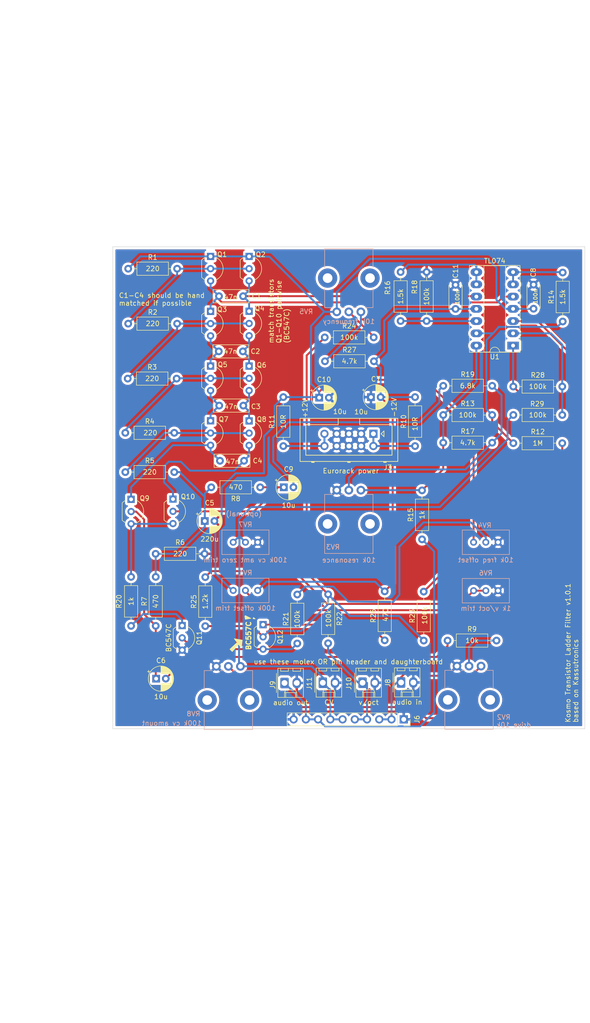
<source format=kicad_pcb>
(kicad_pcb (version 20171130) (host pcbnew 5.1.5+dfsg1-2build2)
  (layers (0 F.Cu signal) (31 B.Cu signal) (34 B.Paste user) (35 F.Paste user) (36 B.SilkS user) (37 F.SilkS user) (38 B.Mask user) (39 F.Mask user) (44 Edge.Cuts user))
  (net 0 "")
  (net 1 +12V)
  (net 2 GND)
  (net 3 -12V)
  (net 4 "Net-(J3-Pad1)")
  (net 5 "Net-(J3-Pad10)")
  (net 6 BIAS1)
  (net 7 "Net-(C2-Pad2)")
  (net 8 "Net-(C2-Pad1)")
  (net 9 "Net-(C3-Pad2)")
  (net 10 "Net-(C3-Pad1)")
  (net 11 "Net-(C6-Pad2)")
  (net 12 BIAS5)
  (net 13 BIAS4)
  (net 14 BIAS3)
  (net 15 BIAS2)
  (net 16 "Net-(R9-Pad2)")
  (net 17 "Net-(C4-Pad2)")
  (net 18 "Net-(C4-Pad1)")
  (net 19 CURRENTSINK)
  (net 20 OUT_L)
  (net 21 OUT_R)
  (net 22 "Net-(C9-Pad2)")
  (net 23 IN_R)
  (net 24 IN_L)
  (net 25 "Net-(R12-Pad2)")
  (net 26 "Net-(R12-Pad1)")
  (net 27 "Net-(R13-Pad1)")
  (net 28 "Net-(R14-Pad2)")
  (net 29 "Net-(R16-Pad2)")
  (net 30 "Net-(R16-Pad1)")
  (net 31 "Net-(R17-Pad2)")
  (net 32 "Net-(Q11-Pad1)")
  (net 33 "Net-(Q11-Pad2)")
  (net 34 "Net-(Q12-Pad1)")
  (net 35 "Net-(Q12-Pad2)")
  (net 36 "Net-(R21-Pad2)")
  (net 37 CV_IN_1)
  (net 38 CV_IN_2)
  (net 39 "Net-(R24-Pad2)")
  (net 40 "Net-(R25-Pad2)")
  (net 41 "Net-(R27-Pad1)")
  (net 42 "Net-(R28-Pad2)")
  (net 43 "Net-(RV8-Pad2)")
  (net 44 MAIN_AUDIO_OUT)
  (net 45 MAIN_CV)
  (net 46 MAIN_AUDIO_IN)
  (module Capacitor_THT:C_Disc_D4.7mm_W2.5mm_P5.00mm (layer F.Cu) (at 132.15 86.9 270)
    (fp_text reference C11 (at -2.85 0 90) (layer F.SilkS))
    (fp_text value 100n (at 2.55 -0.4 90) (layer F.SilkS) (effects (font (size 0.8 0.8))))
    (pad 2 thru_hole circle (at 5 0 270) (size 1.6 1.6) (drill 0.8) (layers *.Cu *.Mask) (net 3 -12V))
    (pad 1 thru_hole circle (at 0 0 270) (size 1.6 1.6) (drill 0.8) (layers *.Cu *.Mask) (net 2 GND))
  )
  (module Capacitor_THT:C_Disc_D4.7mm_W2.5mm_P5.00mm (layer F.Cu) (at 148.35 86.85 270)
    (fp_text reference C8 (at -2.5 0.05 90) (layer F.SilkS))
    (fp_text value 100n (at 2.45 -0.4 90) (layer F.SilkS) (effects (font (size 0.8 0.8))))
    (pad 2 thru_hole circle (at 5 0 270) (size 1.6 1.6) (drill 0.8) (layers *.Cu *.Mask) (net 1 +12V))
    (pad 1 thru_hole circle (at 0 0 270) (size 1.6 1.6) (drill 0.8) (layers *.Cu *.Mask) (net 2 GND))
  )
  (module Connector_Molex:Molex_KK-254_AE-6410-02A_1x02_P2.54mm_Vertical (layer F.Cu) (at 104.6 169.45)
    (fp_text reference J11 (at -2.8 0.15 90) (layer F.SilkS))
    (fp_text value CV (at 1.27 4.08) (layer F.SilkS))
    (pad 2 thru_hole oval (at 2.54 0) (size 1.74 2.2) (drill 1.2) (layers *.Cu *.Mask) (net 2 GND))
    (pad 1 thru_hole roundrect (at 0 0) (size 1.74 2.2) (drill 1.2) (layers *.Cu *.Mask) (roundrect_rratio 0.143678) (net 45 MAIN_CV))
  )
  (module Connector_Molex:Molex_KK-254_AE-6410-02A_1x02_P2.54mm_Vertical (layer F.Cu) (at 112.85 169.45)
    (fp_text reference J10 (at -2.85 0.15 90) (layer F.SilkS))
    (fp_text value v/oct (at 1.27 4.08) (layer F.SilkS))
    (pad 2 thru_hole oval (at 2.54 0) (size 1.74 2.2) (drill 1.2) (layers *.Cu *.Mask) (net 2 GND))
    (pad 1 thru_hole roundrect (at 0 0) (size 1.74 2.2) (drill 1.2) (layers *.Cu *.Mask) (roundrect_rratio 0.143678) (net 37 CV_IN_1))
  )
  (module Connector_Molex:Molex_KK-254_AE-6410-02A_1x02_P2.54mm_Vertical (layer F.Cu) (at 96.65 169.5)
    (fp_text reference J9 (at -2.45 0.4 90) (layer F.SilkS))
    (fp_text value "audio out" (at 1.27 4.08) (layer F.SilkS))
    (pad 2 thru_hole oval (at 2.54 0) (size 1.74 2.2) (drill 1.2) (layers *.Cu *.Mask) (net 2 GND))
    (pad 1 thru_hole roundrect (at 0 0) (size 1.74 2.2) (drill 1.2) (layers *.Cu *.Mask) (roundrect_rratio 0.143678) (net 44 MAIN_AUDIO_OUT))
  )
  (module Connector_Molex:Molex_KK-254_AE-6410-02A_1x02_P2.54mm_Vertical (layer F.Cu) (at 120.85 169.4)
    (fp_text reference J8 (at -2.75 0.1 90) (layer F.SilkS))
    (fp_text value "audio in" (at 1.27 4.08) (layer F.SilkS))
    (pad 2 thru_hole oval (at 2.54 0) (size 1.74 2.2) (drill 1.2) (layers *.Cu *.Mask) (net 2 GND))
    (pad 1 thru_hole roundrect (at 0 0) (size 1.74 2.2) (drill 1.2) (layers *.Cu *.Mask) (roundrect_rratio 0.143678) (net 46 MAIN_AUDIO_IN))
  )
  (module Connector_PinSocket_2.54mm:PinSocket_1x10_P2.54mm_Vertical (layer F.Cu) (at 121.4 177.05 270)
    (fp_text reference J6 (at 0 -2.77 90) (layer F.SilkS))
    (fp_text value "header main")
    (pad 10 thru_hole oval (at 0 22.86 270) (size 1.7 1.7) (drill 1) (layers *.Cu *.Mask) (net 2 GND))
    (pad 9 thru_hole oval (at 0 20.32 270) (size 1.7 1.7) (drill 1) (layers *.Cu *.Mask) (net 44 MAIN_AUDIO_OUT))
    (pad 8 thru_hole oval (at 0 17.78 270) (size 1.7 1.7) (drill 1) (layers *.Cu *.Mask) (net 44 MAIN_AUDIO_OUT))
    (pad 7 thru_hole oval (at 0 15.24 270) (size 1.7 1.7) (drill 1) (layers *.Cu *.Mask) (net 45 MAIN_CV))
    (pad 6 thru_hole oval (at 0 12.7 270) (size 1.7 1.7) (drill 1) (layers *.Cu *.Mask) (net 45 MAIN_CV))
    (pad 5 thru_hole oval (at 0 10.16 270) (size 1.7 1.7) (drill 1) (layers *.Cu *.Mask) (net 37 CV_IN_1))
    (pad 4 thru_hole oval (at 0 7.62 270) (size 1.7 1.7) (drill 1) (layers *.Cu *.Mask) (net 37 CV_IN_1))
    (pad 3 thru_hole oval (at 0 5.08 270) (size 1.7 1.7) (drill 1) (layers *.Cu *.Mask) (net 46 MAIN_AUDIO_IN))
    (pad 2 thru_hole oval (at 0 2.54 270) (size 1.7 1.7) (drill 1) (layers *.Cu *.Mask) (net 46 MAIN_AUDIO_IN))
    (pad 1 thru_hole rect (at 0 0 270) (size 1.7 1.7) (drill 1) (layers *.Cu *.Mask) (net 2 GND))
  )
  (module Connector_Multicomp:Multicomp_MC9A12-1034_2x05_P2.54mm_Vertical (layer F.Cu) (at 115.1 117.8 180)
    (fp_text reference J3 (at -3 -7) (layer F.SilkS))
    (fp_text value "Eurorack power" (at 4.68 -7.7) (layer F.SilkS))
    (pad 10 thru_hole circle (at 10.16 -2.54 180) (size 1.7 1.7) (drill 1) (layers *.Cu *.Mask) (net 5 "Net-(J3-Pad10)"))
    (pad 9 thru_hole circle (at 10.16 0 180) (size 1.7 1.7) (drill 1) (layers *.Cu *.Mask) (net 5 "Net-(J3-Pad10)"))
    (pad 8 thru_hole circle (at 7.62 -2.54 180) (size 1.7 1.7) (drill 1) (layers *.Cu *.Mask) (net 2 GND))
    (pad 7 thru_hole circle (at 7.62 0 180) (size 1.7 1.7) (drill 1) (layers *.Cu *.Mask) (net 2 GND))
    (pad 6 thru_hole circle (at 5.08 -2.54 180) (size 1.7 1.7) (drill 1) (layers *.Cu *.Mask) (net 2 GND))
    (pad 5 thru_hole circle (at 5.08 0 180) (size 1.7 1.7) (drill 1) (layers *.Cu *.Mask) (net 2 GND))
    (pad 4 thru_hole circle (at 2.54 -2.54 180) (size 1.7 1.7) (drill 1) (layers *.Cu *.Mask) (net 2 GND))
    (pad 3 thru_hole circle (at 2.54 0 180) (size 1.7 1.7) (drill 1) (layers *.Cu *.Mask) (net 2 GND))
    (pad 2 thru_hole circle (at 0 -2.54 180) (size 1.7 1.7) (drill 1) (layers *.Cu *.Mask) (net 4 "Net-(J3-Pad1)"))
    (pad 1 thru_hole rect (at 0 0 180) (size 1.7 1.7) (drill 1) (layers *.Cu *.Mask) (net 4 "Net-(J3-Pad1)"))
  )
  (module Capacitor_THT:CP_Radial_D5.0mm_P2.00mm (layer F.Cu) (at 103.85 110.3)
    (fp_text reference C10 (at 1 -3.75) (layer F.SilkS))
    (fp_text value 10u (at 4.3 2.9) (layer F.SilkS))
    (pad 2 thru_hole circle (at 2 0) (size 1.6 1.6) (drill 0.8) (layers *.Cu *.Mask) (net 2 GND))
    (pad 1 thru_hole rect (at 0 0) (size 1.6 1.6) (drill 0.8) (layers *.Cu *.Mask) (net 1 +12V))
  )
  (module Capacitor_THT:CP_Radial_D5.0mm_P2.00mm (layer F.Cu) (at 114.6 110.2)
    (fp_text reference C7 (at 1 -3.75) (layer F.SilkS))
    (fp_text value 10u (at -2.05 3.05) (layer F.SilkS))
    (pad 2 thru_hole circle (at 2 0) (size 1.6 1.6) (drill 0.8) (layers *.Cu *.Mask) (net 3 -12V))
    (pad 1 thru_hole rect (at 0 0) (size 1.6 1.6) (drill 0.8) (layers *.Cu *.Mask) (net 2 GND))
  )
  (module Potentiometer_THT:Potentiometer_Alps_RK09K_Single_Vertical (layer B.Cu) (at 87.5 166.05 270)
    (fp_text reference RV8 (at 9.85 9.75 180) (layer B.SilkS) (effects (justify mirror)))
    (fp_text value "100k cv amount" (at 11.8 14.25 180) (layer B.SilkS) (effects (justify mirror)))
    (pad "" np_thru_hole circle (at 7 -1.9 270) (size 4 4) (drill 2) (layers *.Cu *.Mask))
    (pad "" np_thru_hole circle (at 7 6.9 270) (size 4 4) (drill 2) (layers *.Cu *.Mask))
    (pad 1 thru_hole circle (at 0 0 270) (size 1.8 1.8) (drill 1) (layers *.Cu *.Mask) (net 45 MAIN_CV))
    (pad 2 thru_hole circle (at 0 2.5 270) (size 1.8 1.8) (drill 1) (layers *.Cu *.Mask) (net 43 "Net-(RV8-Pad2)"))
    (pad 3 thru_hole circle (at 0 5 270) (size 1.8 1.8) (drill 1) (layers *.Cu *.Mask) (net 2 GND))
  )
  (module Potentiometer_THT:Potentiometer_Bourns_3296W_Vertical (layer B.Cu) (at 86 140.3 180)
    (fp_text reference RV7 (at -2.54 3.66 180) (layer B.SilkS) (effects (justify mirror)))
    (fp_text value "100k cv amt zero trim" (at -2.54 -3.67 180) (layer B.SilkS) (effects (justify mirror)))
    (pad 3 thru_hole circle (at -5.08 0 180) (size 1.44 1.44) (drill 0.8) (layers *.Cu *.Mask) (net 2 GND))
    (pad 2 thru_hole circle (at -2.54 0 180) (size 1.44 1.44) (drill 0.8) (layers *.Cu *.Mask) (net 45 MAIN_CV))
    (pad 1 thru_hole circle (at 0 0 180) (size 1.44 1.44) (drill 0.8) (layers *.Cu *.Mask) (net 45 MAIN_CV))
  )
  (module R_silkvalue:R_Axial_DIN0207_L6.3mm_D2.5mm_P7.62mm_Horizontal_silkvalue (layer F.Cu) (at 154.31 113.9 180)
    (fp_text reference R29 (at 5.2 2.3) (layer F.SilkS))
    (fp_text value 100k (at 5.08 0) (layer F.SilkS))
    (pad 2 thru_hole oval (at 10.16 0 180) (size 1.6 1.6) (drill 0.8) (layers *.Cu *.Mask) (net 45 MAIN_CV))
    (pad 1 thru_hole circle (at 0 0 180) (size 1.6 1.6) (drill 0.8) (layers *.Cu *.Mask) (net 42 "Net-(R28-Pad2)"))
  )
  (module R_silkvalue:R_Axial_DIN0207_L6.3mm_D2.5mm_P7.62mm_Horizontal_silkvalue (layer F.Cu) (at 144.15 108)
    (fp_text reference R28 (at 5.08 -2.37) (layer F.SilkS))
    (fp_text value 100k (at 5.08 0) (layer F.SilkS))
    (pad 2 thru_hole oval (at 10.16 0) (size 1.6 1.6) (drill 0.8) (layers *.Cu *.Mask) (net 42 "Net-(R28-Pad2)"))
    (pad 1 thru_hole circle (at 0 0) (size 1.6 1.6) (drill 0.8) (layers *.Cu *.Mask) (net 38 CV_IN_2))
  )
  (module Potentiometer_THT:Potentiometer_Bourns_3296W_Vertical (layer B.Cu) (at 86 150.3 180)
    (fp_text reference RV1 (at -2.54 3.66 180) (layer B.SilkS) (effects (justify mirror)))
    (fp_text value "100k offset trim" (at -2.54 -3.67 180) (layer B.SilkS) (effects (justify mirror)))
    (pad 3 thru_hole circle (at -5.08 0 180) (size 1.44 1.44) (drill 0.8) (layers *.Cu *.Mask) (net 3 -12V))
    (pad 2 thru_hole circle (at -2.54 0 180) (size 1.44 1.44) (drill 0.8) (layers *.Cu *.Mask) (net 25 "Net-(R12-Pad2)"))
    (pad 1 thru_hole circle (at 0 0 180) (size 1.44 1.44) (drill 0.8) (layers *.Cu *.Mask) (net 1 +12V))
  )
  (module R_silkvalue:R_Axial_DIN0207_L6.3mm_D2.5mm_P7.62mm_Horizontal_silkvalue (layer F.Cu) (at 96.4 120.35 90)
    (fp_text reference R11 (at 5.08 -2.37 90) (layer F.SilkS))
    (fp_text value 10R (at 5.08 0 90) (layer F.SilkS))
    (pad 2 thru_hole oval (at 10.16 0 90) (size 1.6 1.6) (drill 0.8) (layers *.Cu *.Mask) (net 1 +12V))
    (pad 1 thru_hole circle (at 0 0 90) (size 1.6 1.6) (drill 0.8) (layers *.Cu *.Mask) (net 5 "Net-(J3-Pad10)"))
  )
  (module R_silkvalue:R_Axial_DIN0207_L6.3mm_D2.5mm_P7.62mm_Horizontal_silkvalue (layer F.Cu) (at 123.75 120.35 90)
    (fp_text reference R10 (at 5.08 -2.37 90) (layer F.SilkS))
    (fp_text value 10R (at 4.6 0 90) (layer F.SilkS))
    (pad 2 thru_hole oval (at 10.16 0 90) (size 1.6 1.6) (drill 0.8) (layers *.Cu *.Mask) (net 3 -12V))
    (pad 1 thru_hole circle (at 0 0 90) (size 1.6 1.6) (drill 0.8) (layers *.Cu *.Mask) (net 4 "Net-(J3-Pad1)"))
  )
  (module Package_TO_SOT_THT:TO-92_Inline_Wide (layer F.Cu) (at 92.2 157.4 270)
    (fp_text reference Q12 (at 2.54 -3.56 90) (layer F.SilkS))
    (fp_text value BC557C (at 2.29 3 90) (layer F.SilkS) (effects (font (thickness 0.25))))
    (pad 1 thru_hole rect (at 0 0) (size 1.5 1.5) (drill 0.8) (layers *.Cu *.Mask) (net 34 "Net-(Q12-Pad1)"))
    (pad 3 thru_hole circle (at 5.08 0) (size 1.5 1.5) (drill 0.8) (layers *.Cu *.Mask) (net 33 "Net-(Q11-Pad2)"))
    (pad 2 thru_hole circle (at 2.54 0) (size 1.5 1.5) (drill 0.8) (layers *.Cu *.Mask) (net 35 "Net-(Q12-Pad2)"))
  )
  (module Package_TO_SOT_THT:TO-92_Inline_Wide (layer F.Cu) (at 75.4 157.6 270)
    (fp_text reference Q11 (at 2.54 -3.56 90) (layer F.SilkS))
    (fp_text value BC547C (at 2.54 2.79 90) (layer F.SilkS))
    (pad 1 thru_hole rect (at 0 0) (size 1.5 1.5) (drill 0.8) (layers *.Cu *.Mask) (net 32 "Net-(Q11-Pad1)"))
    (pad 3 thru_hole circle (at 5.08 0) (size 1.5 1.5) (drill 0.8) (layers *.Cu *.Mask) (net 2 GND))
    (pad 2 thru_hole circle (at 2.54 0) (size 1.5 1.5) (drill 0.8) (layers *.Cu *.Mask) (net 33 "Net-(Q11-Pad2)"))
  )
  (module Package_TO_SOT_THT:TO-92_Inline_Wide (layer F.Cu) (at 73.5 131.35 270)
    (fp_text reference Q10 (at -0.5 -3.1 180) (layer F.SilkS))
    (fp_text value BC547C)
    (pad 1 thru_hole rect (at 0 0) (size 1.5 1.5) (drill 0.8) (layers *.Cu *.Mask) (net 18 "Net-(C4-Pad1)"))
    (pad 3 thru_hole circle (at 5.08 0) (size 1.5 1.5) (drill 0.8) (layers *.Cu *.Mask) (net 19 CURRENTSINK))
    (pad 2 thru_hole circle (at 2.54 0) (size 1.5 1.5) (drill 0.8) (layers *.Cu *.Mask) (net 23 IN_R))
  )
  (module Package_TO_SOT_THT:TO-92_Inline_Wide (layer F.Cu) (at 64.8 131.4 270)
    (fp_text reference Q9 (at -0.2 -2.8 180) (layer F.SilkS))
    (fp_text value BC547C)
    (pad 1 thru_hole rect (at 0 0) (size 1.5 1.5) (drill 0.8) (layers *.Cu *.Mask) (net 17 "Net-(C4-Pad2)"))
    (pad 3 thru_hole circle (at 5.08 0) (size 1.5 1.5) (drill 0.8) (layers *.Cu *.Mask) (net 19 CURRENTSINK))
    (pad 2 thru_hole circle (at 2.54 0) (size 1.5 1.5) (drill 0.8) (layers *.Cu *.Mask) (net 24 IN_L))
  )
  (module Package_TO_SOT_THT:TO-92_Inline_Wide (layer F.Cu) (at 89.3 115.125 270)
    (fp_text reference Q8 (at -0.325 -2.6 180) (layer F.SilkS))
    (fp_text value BC547C)
    (pad 1 thru_hole rect (at 0 0) (size 1.5 1.5) (drill 0.8) (layers *.Cu *.Mask) (net 10 "Net-(C3-Pad1)"))
    (pad 3 thru_hole circle (at 5.08 0) (size 1.5 1.5) (drill 0.8) (layers *.Cu *.Mask) (net 18 "Net-(C4-Pad1)"))
    (pad 2 thru_hole circle (at 2.54 0) (size 1.5 1.5) (drill 0.8) (layers *.Cu *.Mask) (net 15 BIAS2))
  )
  (module Package_TO_SOT_THT:TO-92_Inline_Wide (layer F.Cu) (at 81.3 115.1 270)
    (fp_text reference Q7 (at -0.3 -2.7 180) (layer F.SilkS))
    (fp_text value BC547C)
    (pad 2 thru_hole circle (at 2.54 0) (size 1.5 1.5) (drill 0.8) (layers *.Cu *.Mask) (net 15 BIAS2))
    (pad 3 thru_hole circle (at 5.08 0) (size 1.5 1.5) (drill 0.8) (layers *.Cu *.Mask) (net 17 "Net-(C4-Pad2)"))
    (pad 1 thru_hole rect (at 0 0) (size 1.5 1.5) (drill 0.8) (layers *.Cu *.Mask) (net 9 "Net-(C3-Pad2)"))
  )
  (module Package_TO_SOT_THT:TO-92_Inline_Wide (layer F.Cu) (at 89.3 103.75 270)
    (fp_text reference Q6 (at -0.2 -2.6 180) (layer F.SilkS))
    (fp_text value BC547C)
    (pad 1 thru_hole rect (at 0 0) (size 1.5 1.5) (drill 0.8) (layers *.Cu *.Mask) (net 8 "Net-(C2-Pad1)"))
    (pad 3 thru_hole circle (at 5.08 0) (size 1.5 1.5) (drill 0.8) (layers *.Cu *.Mask) (net 10 "Net-(C3-Pad1)"))
    (pad 2 thru_hole circle (at 2.54 0) (size 1.5 1.5) (drill 0.8) (layers *.Cu *.Mask) (net 14 BIAS3))
  )
  (module Package_TO_SOT_THT:TO-92_Inline_Wide (layer F.Cu) (at 81.3 103.75 270)
    (fp_text reference Q5 (at -0.3 -2.5 180) (layer F.SilkS))
    (fp_text value BC547C)
    (pad 1 thru_hole rect (at 0 0) (size 1.5 1.5) (drill 0.8) (layers *.Cu *.Mask) (net 7 "Net-(C2-Pad2)"))
    (pad 3 thru_hole circle (at 5.08 0) (size 1.5 1.5) (drill 0.8) (layers *.Cu *.Mask) (net 9 "Net-(C3-Pad2)"))
    (pad 2 thru_hole circle (at 2.54 0) (size 1.5 1.5) (drill 0.8) (layers *.Cu *.Mask) (net 14 BIAS3))
  )
  (module Package_TO_SOT_THT:TO-92_Inline_Wide (layer F.Cu) (at 89.3 92.375 270)
    (fp_text reference Q4 (at -0.6 -2.2 180) (layer F.SilkS))
    (fp_text value BC547C)
    (pad 1 thru_hole rect (at 0 0) (size 1.5 1.5) (drill 0.8) (layers *.Cu *.Mask) (net 21 OUT_R))
    (pad 3 thru_hole circle (at 5.08 0) (size 1.5 1.5) (drill 0.8) (layers *.Cu *.Mask) (net 8 "Net-(C2-Pad1)"))
    (pad 2 thru_hole circle (at 2.54 0) (size 1.5 1.5) (drill 0.8) (layers *.Cu *.Mask) (net 13 BIAS4))
  )
  (module Package_TO_SOT_THT:TO-92_Inline_Wide (layer F.Cu) (at 81.3 92.4 270)
    (fp_text reference Q3 (at -0.4 -2.4 180) (layer F.SilkS))
    (fp_text value BC547C)
    (pad 1 thru_hole rect (at 0 0) (size 1.5 1.5) (drill 0.8) (layers *.Cu *.Mask) (net 20 OUT_L))
    (pad 3 thru_hole circle (at 5.08 0) (size 1.5 1.5) (drill 0.8) (layers *.Cu *.Mask) (net 7 "Net-(C2-Pad2)"))
    (pad 2 thru_hole circle (at 2.54 0) (size 1.5 1.5) (drill 0.8) (layers *.Cu *.Mask) (net 13 BIAS4))
  )
  (module Package_TO_SOT_THT:TO-92_Inline_Wide (layer F.Cu) (at 89.3 81 270)
    (fp_text reference Q2 (at -0.4 -2.4 180) (layer F.SilkS))
    (fp_text value BC547C)
    (pad 1 thru_hole rect (at 0 0) (size 1.5 1.5) (drill 0.8) (layers *.Cu *.Mask) (net 1 +12V))
    (pad 3 thru_hole circle (at 5.08 0) (size 1.5 1.5) (drill 0.8) (layers *.Cu *.Mask) (net 21 OUT_R))
    (pad 2 thru_hole circle (at 2.54 0) (size 1.5 1.5) (drill 0.8) (layers *.Cu *.Mask) (net 12 BIAS5))
  )
  (module Package_TO_SOT_THT:TO-92_Inline_Wide (layer F.Cu) (at 81.3 81 270)
    (fp_text reference Q1 (at -0.4 -2.4 180) (layer F.SilkS))
    (fp_text value BC547C)
    (pad 1 thru_hole rect (at 0 0) (size 1.5 1.5) (drill 0.8) (layers *.Cu *.Mask) (net 1 +12V))
    (pad 3 thru_hole circle (at 5.08 0) (size 1.5 1.5) (drill 0.8) (layers *.Cu *.Mask) (net 20 OUT_L))
    (pad 2 thru_hole circle (at 2.54 0) (size 1.5 1.5) (drill 0.8) (layers *.Cu *.Mask) (net 12 BIAS5))
  )
  (module Potentiometer_THT:Potentiometer_Bourns_3296W_Vertical (layer B.Cu) (at 135.9 150.35 180)
    (fp_text reference RV6 (at -2.54 3.66 180) (layer B.SilkS) (effects (justify mirror)))
    (fp_text value "1k v/oct trim" (at -2.54 -3.67 180) (layer B.SilkS) (effects (justify mirror)))
    (pad 3 thru_hole circle (at -5.08 0 180) (size 1.44 1.44) (drill 0.8) (layers *.Cu *.Mask) (net 2 GND))
    (pad 2 thru_hole circle (at -2.54 0 180) (size 1.44 1.44) (drill 0.8) (layers *.Cu *.Mask) (net 40 "Net-(R25-Pad2)"))
    (pad 1 thru_hole circle (at 0 0 180) (size 1.44 1.44) (drill 0.8) (layers *.Cu *.Mask) (net 40 "Net-(R25-Pad2)"))
  )
  (module Potentiometer_THT:Potentiometer_Alps_RK09K_Single_Vertical (layer B.Cu) (at 107.5 92.5 90)
    (fp_text reference RV5 (at 0.05 -6.35) (layer B.SilkS) (effects (justify mirror)))
    (fp_text value "10k frequency" (at -2 2.5 -180) (layer B.SilkS) (effects (justify mirror)))
    (pad "" np_thru_hole circle (at 7 -1.9 90) (size 4 4) (drill 2) (layers *.Cu *.Mask))
    (pad "" np_thru_hole circle (at 7 6.9 90) (size 4 4) (drill 2) (layers *.Cu *.Mask))
    (pad 1 thru_hole circle (at 0 0 90) (size 1.8 1.8) (drill 1) (layers *.Cu *.Mask) (net 1 +12V))
    (pad 2 thru_hole circle (at 0 2.5 90) (size 1.8 1.8) (drill 1) (layers *.Cu *.Mask) (net 39 "Net-(R24-Pad2)"))
    (pad 3 thru_hole circle (at 0 5 90) (size 1.8 1.8) (drill 1) (layers *.Cu *.Mask) (net 41 "Net-(R27-Pad1)"))
  )
  (module Potentiometer_THT:Potentiometer_Bourns_3296W_Vertical (layer B.Cu) (at 135.9 140.3 180)
    (fp_text reference RV4 (at -2.3 3.5) (layer B.SilkS) (effects (justify mirror)))
    (fp_text value "10k freq offset" (at -2.54 -3.67 180) (layer B.SilkS) (effects (justify mirror)))
    (pad 3 thru_hole circle (at -5.08 0 180) (size 1.44 1.44) (drill 0.8) (layers *.Cu *.Mask) (net 2 GND))
    (pad 2 thru_hole circle (at -2.54 0 180) (size 1.44 1.44) (drill 0.8) (layers *.Cu *.Mask) (net 36 "Net-(R21-Pad2)"))
    (pad 1 thru_hole circle (at 0 0 180) (size 1.44 1.44) (drill 0.8) (layers *.Cu *.Mask) (net 1 +12V))
  )
  (module R_silkvalue:R_Axial_DIN0207_L6.3mm_D2.5mm_P7.62mm_Horizontal_silkvalue (layer F.Cu) (at 105.05 102.75)
    (fp_text reference R27 (at 5.08 -2.37) (layer F.SilkS))
    (fp_text value 4.7k (at 5.08 0) (layer F.SilkS))
    (pad 2 thru_hole oval (at 10.16 0) (size 1.6 1.6) (drill 0.8) (layers *.Cu *.Mask) (net 3 -12V))
    (pad 1 thru_hole circle (at 0 0) (size 1.6 1.6) (drill 0.8) (layers *.Cu *.Mask) (net 41 "Net-(R27-Pad1)"))
  )
  (module R_silkvalue:R_Axial_DIN0207_L6.3mm_D2.5mm_P7.62mm_Horizontal_silkvalue (layer F.Cu) (at 117.45 160.65 90)
    (fp_text reference R26 (at 5.08 -2.37 90) (layer F.SilkS))
    (fp_text value 470 (at 5.3 0.2 90) (layer F.SilkS))
    (pad 2 thru_hole oval (at 10.16 0 90) (size 1.6 1.6) (drill 0.8) (layers *.Cu *.Mask) (net 3 -12V))
    (pad 1 thru_hole circle (at 0 0 90) (size 1.6 1.6) (drill 0.8) (layers *.Cu *.Mask) (net 34 "Net-(Q12-Pad1)"))
  )
  (module R_silkvalue:R_Axial_DIN0207_L6.3mm_D2.5mm_P7.62mm_Horizontal_silkvalue (layer F.Cu) (at 80.2 157.7 90)
    (fp_text reference R25 (at 5.08 -2.37 90) (layer F.SilkS))
    (fp_text value 1.2k (at 5.08 0 90) (layer F.SilkS))
    (pad 2 thru_hole oval (at 10.16 0 90) (size 1.6 1.6) (drill 0.8) (layers *.Cu *.Mask) (net 40 "Net-(R25-Pad2)"))
    (pad 1 thru_hole circle (at 0 0 90) (size 1.6 1.6) (drill 0.8) (layers *.Cu *.Mask) (net 35 "Net-(Q12-Pad2)"))
  )
  (module R_silkvalue:R_Axial_DIN0207_L6.3mm_D2.5mm_P7.62mm_Horizontal_silkvalue (layer F.Cu) (at 105 97.8)
    (fp_text reference R24 (at 5.08 -2.37) (layer F.SilkS))
    (fp_text value 100k (at 5.08 0) (layer F.SilkS))
    (pad 2 thru_hole oval (at 10.16 0) (size 1.6 1.6) (drill 0.8) (layers *.Cu *.Mask) (net 39 "Net-(R24-Pad2)"))
    (pad 1 thru_hole circle (at 0 0) (size 1.6 1.6) (drill 0.8) (layers *.Cu *.Mask) (net 35 "Net-(Q12-Pad2)"))
  )
  (module R_silkvalue:R_Axial_DIN0207_L6.3mm_D2.5mm_P7.62mm_Horizontal_silkvalue (layer F.Cu) (at 125.55 160.7 90)
    (fp_text reference R23 (at 5.08 -2.37 90) (layer F.SilkS))
    (fp_text value 100k (at 5.2 0.2 90) (layer F.SilkS))
    (pad 2 thru_hole oval (at 10.16 0 90) (size 1.6 1.6) (drill 0.8) (layers *.Cu *.Mask) (net 38 CV_IN_2))
    (pad 1 thru_hole circle (at 0 0 90) (size 1.6 1.6) (drill 0.8) (layers *.Cu *.Mask) (net 35 "Net-(Q12-Pad2)"))
  )
  (module R_silkvalue:R_Axial_DIN0207_L6.3mm_D2.5mm_P7.62mm_Horizontal_silkvalue (layer F.Cu) (at 105.7 151.1 270)
    (fp_text reference R22 (at 5.08 -2.37 90) (layer F.SilkS))
    (fp_text value 100k (at 5.05 -0.1 90) (layer F.SilkS))
    (pad 2 thru_hole oval (at 10.16 0 270) (size 1.6 1.6) (drill 0.8) (layers *.Cu *.Mask) (net 37 CV_IN_1))
    (pad 1 thru_hole circle (at 0 0 270) (size 1.6 1.6) (drill 0.8) (layers *.Cu *.Mask) (net 35 "Net-(Q12-Pad2)"))
  )
  (module R_silkvalue:R_Axial_DIN0207_L6.3mm_D2.5mm_P7.62mm_Horizontal_silkvalue (layer F.Cu) (at 99.3 161.3 90)
    (fp_text reference R21 (at 5.08 -2.37 90) (layer F.SilkS))
    (fp_text value 100k (at 5.08 0 90) (layer F.SilkS))
    (pad 2 thru_hole oval (at 10.16 0 90) (size 1.6 1.6) (drill 0.8) (layers *.Cu *.Mask) (net 36 "Net-(R21-Pad2)"))
    (pad 1 thru_hole circle (at 0 0 90) (size 1.6 1.6) (drill 0.8) (layers *.Cu *.Mask) (net 33 "Net-(Q11-Pad2)"))
  )
  (module R_silkvalue:R_Axial_DIN0207_L6.3mm_D2.5mm_P7.62mm_Horizontal_silkvalue (layer F.Cu) (at 64.8 147.49 270)
    (fp_text reference R20 (at 5.1 2.5 90) (layer F.SilkS))
    (fp_text value 1k (at 5.08 0 90) (layer F.SilkS))
    (pad 2 thru_hole oval (at 10.16 0 270) (size 1.6 1.6) (drill 0.8) (layers *.Cu *.Mask) (net 32 "Net-(Q11-Pad1)"))
    (pad 1 thru_hole circle (at 0 0 270) (size 1.6 1.6) (drill 0.8) (layers *.Cu *.Mask) (net 19 CURRENTSINK))
  )
  (module Package_DIP:DIP-14_W7.62mm_Socket_LongPads (layer F.Cu) (at 144.1 99.5 180)
    (fp_text reference U1 (at 3.81 -2.33) (layer F.SilkS))
    (fp_text value TL074 (at 3.81 17.57) (layer F.SilkS))
    (pad 14 thru_hole oval (at 7.62 0 180) (size 2.4 1.6) (drill 0.8) (layers *.Cu *.Mask) (net 27 "Net-(R13-Pad1)"))
    (pad 7 thru_hole oval (at 0 15.24 180) (size 2.4 1.6) (drill 0.8) (layers *.Cu *.Mask) (net 28 "Net-(R14-Pad2)"))
    (pad 13 thru_hole oval (at 7.62 2.54 180) (size 2.4 1.6) (drill 0.8) (layers *.Cu *.Mask) (net 26 "Net-(R12-Pad1)"))
    (pad 6 thru_hole oval (at 0 12.7 180) (size 2.4 1.6) (drill 0.8) (layers *.Cu *.Mask) (net 28 "Net-(R14-Pad2)"))
    (pad 12 thru_hole oval (at 7.62 5.08 180) (size 2.4 1.6) (drill 0.8) (layers *.Cu *.Mask) (net 30 "Net-(R16-Pad1)"))
    (pad 5 thru_hole oval (at 0 10.16 180) (size 2.4 1.6) (drill 0.8) (layers *.Cu *.Mask) (net 20 OUT_L))
    (pad 11 thru_hole oval (at 7.62 7.62 180) (size 2.4 1.6) (drill 0.8) (layers *.Cu *.Mask) (net 3 -12V))
    (pad 4 thru_hole oval (at 0 7.62 180) (size 2.4 1.6) (drill 0.8) (layers *.Cu *.Mask) (net 1 +12V))
    (pad 10 thru_hole oval (at 7.62 10.16 180) (size 2.4 1.6) (drill 0.8) (layers *.Cu *.Mask) (net 21 OUT_R))
    (pad 3 thru_hole oval (at 0 5.08 180) (size 2.4 1.6) (drill 0.8) (layers *.Cu *.Mask) (net 43 "Net-(RV8-Pad2)"))
    (pad 9 thru_hole oval (at 7.62 12.7 180) (size 2.4 1.6) (drill 0.8) (layers *.Cu *.Mask) (net 29 "Net-(R16-Pad2)"))
    (pad 2 thru_hole oval (at 0 2.54 180) (size 2.4 1.6) (drill 0.8) (layers *.Cu *.Mask) (net 42 "Net-(R28-Pad2)"))
    (pad 8 thru_hole oval (at 7.62 15.24 180) (size 2.4 1.6) (drill 0.8) (layers *.Cu *.Mask) (net 29 "Net-(R16-Pad2)"))
    (pad 1 thru_hole rect (at 0 0 180) (size 2.4 1.6) (drill 0.8) (layers *.Cu *.Mask) (net 38 CV_IN_2))
  )
  (module Potentiometer_THT:Potentiometer_Alps_RK09K_Single_Vertical (layer B.Cu) (at 112.5 129.5 270)
    (fp_text reference RV3 (at 11.8 5.8 180) (layer B.SilkS) (effects (justify mirror)))
    (fp_text value "10k resonance" (at 14.5 2.5 180) (layer B.SilkS) (effects (justify mirror)))
    (pad "" np_thru_hole circle (at 7 -1.9 270) (size 4 4) (drill 2) (layers *.Cu *.Mask))
    (pad "" np_thru_hole circle (at 7 6.9 270) (size 4 4) (drill 2) (layers *.Cu *.Mask))
    (pad 1 thru_hole circle (at 0 0 270) (size 1.8 1.8) (drill 1) (layers *.Cu *.Mask) (net 27 "Net-(R13-Pad1)"))
    (pad 2 thru_hole circle (at 0 2.5 270) (size 1.8 1.8) (drill 1) (layers *.Cu *.Mask) (net 31 "Net-(R17-Pad2)"))
    (pad 3 thru_hole circle (at 0 5 270) (size 1.8 1.8) (drill 1) (layers *.Cu *.Mask) (net 2 GND))
  )
  (module R_silkvalue:R_Axial_DIN0207_L6.3mm_D2.5mm_P7.62mm_Horizontal_silkvalue (layer F.Cu) (at 129.6 107.85)
    (fp_text reference R19 (at 5.08 -2.37) (layer F.SilkS))
    (fp_text value 6.8k (at 5.08 0) (layer F.SilkS))
    (pad 2 thru_hole oval (at 10.16 0) (size 1.6 1.6) (drill 0.8) (layers *.Cu *.Mask) (net 31 "Net-(R17-Pad2)"))
    (pad 1 thru_hole circle (at 0 0) (size 1.6 1.6) (drill 0.8) (layers *.Cu *.Mask) (net 22 "Net-(C9-Pad2)"))
  )
  (module R_silkvalue:R_Axial_DIN0207_L6.3mm_D2.5mm_P7.62mm_Horizontal_silkvalue (layer F.Cu) (at 126.15 94.4 90)
    (fp_text reference R18 (at 7.05 -2.5 90) (layer F.SilkS))
    (fp_text value 100k (at 5.08 0 90) (layer F.SilkS))
    (pad 2 thru_hole oval (at 10.16 0 90) (size 1.6 1.6) (drill 0.8) (layers *.Cu *.Mask) (net 2 GND))
    (pad 1 thru_hole circle (at 0 0 90) (size 1.6 1.6) (drill 0.8) (layers *.Cu *.Mask) (net 30 "Net-(R16-Pad1)"))
  )
  (module R_silkvalue:R_Axial_DIN0207_L6.3mm_D2.5mm_P7.62mm_Horizontal_silkvalue (layer F.Cu) (at 129.6 119.65)
    (fp_text reference R17 (at 5.08 -2.37) (layer F.SilkS))
    (fp_text value 4.7k (at 5.08 0) (layer F.SilkS))
    (pad 2 thru_hole oval (at 10.16 0) (size 1.6 1.6) (drill 0.8) (layers *.Cu *.Mask) (net 31 "Net-(R17-Pad2)"))
    (pad 1 thru_hole circle (at 0 0) (size 1.6 1.6) (drill 0.8) (layers *.Cu *.Mask) (net 27 "Net-(R13-Pad1)"))
  )
  (module R_silkvalue:R_Axial_DIN0207_L6.3mm_D2.5mm_P7.62mm_Horizontal_silkvalue (layer F.Cu) (at 120.75 94.4 90)
    (fp_text reference R16 (at 6.9 -2.7 90) (layer F.SilkS))
    (fp_text value 1.5k (at 5.08 0 90) (layer F.SilkS))
    (pad 2 thru_hole oval (at 10.16 0 90) (size 1.6 1.6) (drill 0.8) (layers *.Cu *.Mask) (net 29 "Net-(R16-Pad2)"))
    (pad 1 thru_hole circle (at 0 0 90) (size 1.6 1.6) (drill 0.8) (layers *.Cu *.Mask) (net 30 "Net-(R16-Pad1)"))
  )
  (module R_silkvalue:R_Axial_DIN0207_L6.3mm_D2.5mm_P7.62mm_Horizontal_silkvalue (layer F.Cu) (at 125.2 139.7 90)
    (fp_text reference R15 (at 5.08 -2.37 90) (layer F.SilkS))
    (fp_text value 1k (at 5.08 0 90) (layer F.SilkS))
    (pad 2 thru_hole oval (at 10.16 0 90) (size 1.6 1.6) (drill 0.8) (layers *.Cu *.Mask) (net 27 "Net-(R13-Pad1)"))
    (pad 1 thru_hole circle (at 0 0 90) (size 1.6 1.6) (drill 0.8) (layers *.Cu *.Mask) (net 44 MAIN_AUDIO_OUT))
  )
  (module R_silkvalue:R_Axial_DIN0207_L6.3mm_D2.5mm_P7.62mm_Horizontal_silkvalue (layer F.Cu) (at 154.4 94.5 90)
    (fp_text reference R14 (at 5.08 -2.37 90) (layer F.SilkS))
    (fp_text value 1.5k (at 5.08 0 90) (layer F.SilkS))
    (pad 2 thru_hole oval (at 10.16 0 90) (size 1.6 1.6) (drill 0.8) (layers *.Cu *.Mask) (net 28 "Net-(R14-Pad2)"))
    (pad 1 thru_hole circle (at 0 0 90) (size 1.6 1.6) (drill 0.8) (layers *.Cu *.Mask) (net 26 "Net-(R12-Pad1)"))
  )
  (module R_silkvalue:R_Axial_DIN0207_L6.3mm_D2.5mm_P7.62mm_Horizontal_silkvalue (layer F.Cu) (at 129.6 113.9)
    (fp_text reference R13 (at 5.08 -2.37) (layer F.SilkS))
    (fp_text value 100k (at 5.08 0) (layer F.SilkS))
    (pad 2 thru_hole oval (at 10.16 0) (size 1.6 1.6) (drill 0.8) (layers *.Cu *.Mask) (net 26 "Net-(R12-Pad1)"))
    (pad 1 thru_hole circle (at 0 0) (size 1.6 1.6) (drill 0.8) (layers *.Cu *.Mask) (net 27 "Net-(R13-Pad1)"))
  )
  (module R_silkvalue:R_Axial_DIN0207_L6.3mm_D2.5mm_P7.62mm_Horizontal_silkvalue (layer F.Cu) (at 144.15 119.75)
    (fp_text reference R12 (at 5.08 -2.37) (layer F.SilkS))
    (fp_text value 1M (at 5.08 0) (layer F.SilkS))
    (pad 2 thru_hole oval (at 10.16 0) (size 1.6 1.6) (drill 0.8) (layers *.Cu *.Mask) (net 25 "Net-(R12-Pad2)"))
    (pad 1 thru_hole circle (at 0 0) (size 1.6 1.6) (drill 0.8) (layers *.Cu *.Mask) (net 26 "Net-(R12-Pad1)"))
  )
  (module Capacitor_THT:CP_Radial_D5.0mm_P2.00mm (layer F.Cu) (at 96.5 128.9)
    (fp_text reference C9 (at 1 -3.75) (layer F.SilkS))
    (fp_text value 10u (at 1 3.75) (layer F.SilkS))
    (pad 2 thru_hole circle (at 2 0) (size 1.6 1.6) (drill 0.8) (layers *.Cu *.Mask) (net 22 "Net-(C9-Pad2)"))
    (pad 1 thru_hole rect (at 0 0) (size 1.6 1.6) (drill 0.8) (layers *.Cu *.Mask) (net 23 IN_R))
  )
  (module Potentiometer_THT:Potentiometer_Alps_RK09K_Single_Vertical (layer B.Cu) (at 137.45 166 270)
    (fp_text reference RV2 (at 10.6 -4.7 180) (layer B.SilkS) (effects (justify mirror)))
    (fp_text value "drive 10k" (at 12.2 -6.8 180) (layer B.SilkS) (effects (justify mirror)))
    (pad "" np_thru_hole circle (at 7 -1.9 270) (size 4 4) (drill 2) (layers *.Cu *.Mask))
    (pad "" np_thru_hole circle (at 7 6.9 270) (size 4 4) (drill 2) (layers *.Cu *.Mask))
    (pad 1 thru_hole circle (at 0 0 270) (size 1.8 1.8) (drill 1) (layers *.Cu *.Mask) (net 46 MAIN_AUDIO_IN))
    (pad 2 thru_hole circle (at 0 2.5 270) (size 1.8 1.8) (drill 1) (layers *.Cu *.Mask) (net 16 "Net-(R9-Pad2)"))
    (pad 3 thru_hole circle (at 0 5 270) (size 1.8 1.8) (drill 1) (layers *.Cu *.Mask) (net 2 GND))
  )
  (module R_silkvalue:R_Axial_DIN0207_L6.3mm_D2.5mm_P7.62mm_Horizontal_silkvalue (layer F.Cu) (at 130.5 160.7)
    (fp_text reference R9 (at 5.08 -2.37) (layer F.SilkS))
    (fp_text value 10k (at 5.08 0) (layer F.SilkS))
    (pad 2 thru_hole oval (at 10.16 0) (size 1.6 1.6) (drill 0.8) (layers *.Cu *.Mask) (net 16 "Net-(R9-Pad2)"))
    (pad 1 thru_hole circle (at 0 0) (size 1.6 1.6) (drill 0.8) (layers *.Cu *.Mask) (net 11 "Net-(C6-Pad2)"))
  )
  (module R_silkvalue:R_Axial_DIN0207_L6.3mm_D2.5mm_P7.62mm_Horizontal_silkvalue (layer F.Cu) (at 91.6 128.9 180)
    (fp_text reference R8 (at 5.08 -2.37) (layer F.SilkS))
    (fp_text value 470 (at 5.08 0) (layer F.SilkS))
    (pad 2 thru_hole oval (at 10.16 0 180) (size 1.6 1.6) (drill 0.8) (layers *.Cu *.Mask) (net 6 BIAS1))
    (pad 1 thru_hole circle (at 0 0 180) (size 1.6 1.6) (drill 0.8) (layers *.Cu *.Mask) (net 23 IN_R))
  )
  (module R_silkvalue:R_Axial_DIN0207_L6.3mm_D2.5mm_P7.62mm_Horizontal_silkvalue (layer F.Cu) (at 69.916666 157.65 90)
    (fp_text reference R7 (at 5.08 -2.37 90) (layer F.SilkS))
    (fp_text value 470 (at 5.08 0 90) (layer F.SilkS))
    (pad 2 thru_hole oval (at 10.16 0 90) (size 1.6 1.6) (drill 0.8) (layers *.Cu *.Mask) (net 6 BIAS1))
    (pad 1 thru_hole circle (at 0 0 90) (size 1.6 1.6) (drill 0.8) (layers *.Cu *.Mask) (net 24 IN_L))
  )
  (module R_silkvalue:R_Axial_DIN0207_L6.3mm_D2.5mm_P7.62mm_Horizontal_silkvalue (layer F.Cu) (at 69.9 142.7)
    (fp_text reference R6 (at 5.08 -2.37) (layer F.SilkS))
    (fp_text value 220 (at 5.08 0) (layer F.SilkS))
    (pad 2 thru_hole oval (at 10.16 0) (size 1.6 1.6) (drill 0.8) (layers *.Cu *.Mask) (net 2 GND))
    (pad 1 thru_hole circle (at 0 0) (size 1.6 1.6) (drill 0.8) (layers *.Cu *.Mask) (net 6 BIAS1))
  )
  (module R_silkvalue:R_Axial_DIN0207_L6.3mm_D2.5mm_P7.62mm_Horizontal_silkvalue (layer F.Cu) (at 63.6 125.75)
    (fp_text reference R5 (at 5.08 -2.37) (layer F.SilkS))
    (fp_text value 220 (at 5.08 0) (layer F.SilkS))
    (pad 2 thru_hole oval (at 10.16 0) (size 1.6 1.6) (drill 0.8) (layers *.Cu *.Mask) (net 6 BIAS1))
    (pad 1 thru_hole circle (at 0 0) (size 1.6 1.6) (drill 0.8) (layers *.Cu *.Mask) (net 15 BIAS2))
  )
  (module R_silkvalue:R_Axial_DIN0207_L6.3mm_D2.5mm_P7.62mm_Horizontal_silkvalue (layer F.Cu) (at 63.6 117.6)
    (fp_text reference R4 (at 5.08 -2.37) (layer F.SilkS))
    (fp_text value 220 (at 5.2 0) (layer F.SilkS))
    (pad 2 thru_hole oval (at 10.16 0) (size 1.6 1.6) (drill 0.8) (layers *.Cu *.Mask) (net 15 BIAS2))
    (pad 1 thru_hole circle (at 0 0) (size 1.6 1.6) (drill 0.8) (layers *.Cu *.Mask) (net 14 BIAS3))
  )
  (module R_silkvalue:R_Axial_DIN0207_L6.3mm_D2.5mm_P7.62mm_Horizontal_silkvalue (layer F.Cu) (at 64.1 106.35)
    (fp_text reference R3 (at 5.08 -2.37) (layer F.SilkS))
    (fp_text value 220 (at 5.08 0) (layer F.SilkS))
    (pad 2 thru_hole oval (at 10.16 0) (size 1.6 1.6) (drill 0.8) (layers *.Cu *.Mask) (net 14 BIAS3))
    (pad 1 thru_hole circle (at 0 0) (size 1.6 1.6) (drill 0.8) (layers *.Cu *.Mask) (net 13 BIAS4))
  )
  (module R_silkvalue:R_Axial_DIN0207_L6.3mm_D2.5mm_P7.62mm_Horizontal_silkvalue (layer F.Cu) (at 64.2 94.95)
    (fp_text reference R2 (at 5.08 -2.37) (layer F.SilkS))
    (fp_text value 220 (at 5.08 0) (layer F.SilkS))
    (pad 2 thru_hole oval (at 10.16 0) (size 1.6 1.6) (drill 0.8) (layers *.Cu *.Mask) (net 13 BIAS4))
    (pad 1 thru_hole circle (at 0 0) (size 1.6 1.6) (drill 0.8) (layers *.Cu *.Mask) (net 12 BIAS5))
  )
  (module R_silkvalue:R_Axial_DIN0207_L6.3mm_D2.5mm_P7.62mm_Horizontal_silkvalue (layer F.Cu) (at 64.2 83.55)
    (fp_text reference R1 (at 5.08 -2.37) (layer F.SilkS))
    (fp_text value 220 (at 5.08 0) (layer F.SilkS))
    (pad 2 thru_hole oval (at 10.16 0) (size 1.6 1.6) (drill 0.8) (layers *.Cu *.Mask) (net 12 BIAS5))
    (pad 1 thru_hole circle (at 0 0) (size 1.6 1.6) (drill 0.8) (layers *.Cu *.Mask) (net 1 +12V))
  )
  (module Capacitor_THT:CP_Radial_D5.0mm_P2.00mm (layer F.Cu) (at 70 168.6)
    (fp_text reference C6 (at 1 -3.75) (layer F.SilkS))
    (fp_text value 10u (at 1 3.75) (layer F.SilkS))
    (pad 1 thru_hole rect (at 0 0) (size 1.6 1.6) (drill 0.8) (layers *.Cu *.Mask) (net 24 IN_L))
    (pad 2 thru_hole circle (at 2 0) (size 1.6 1.6) (drill 0.8) (layers *.Cu *.Mask) (net 11 "Net-(C6-Pad2)"))
  )
  (module Capacitor_THT:C_Rect_L7.2mm_W2.5mm_P5.00mm_FKS2_FKP2_MKS2_MKP2 (layer F.Cu) (at 88.25 123.4 180)
    (fp_text reference C4 (at -2.8 0) (layer F.SilkS))
    (fp_text value 47n (at 2.4 -0.2) (layer F.SilkS))
    (pad 2 thru_hole circle (at 5 0 180) (size 1.6 1.6) (drill 0.8) (layers *.Cu *.Mask) (net 17 "Net-(C4-Pad2)"))
    (pad 1 thru_hole circle (at 0 0 180) (size 1.6 1.6) (drill 0.8) (layers *.Cu *.Mask) (net 18 "Net-(C4-Pad1)"))
  )
  (module Capacitor_THT:C_Rect_L7.2mm_W2.5mm_P5.00mm_FKS2_FKP2_MKS2_MKP2 (layer F.Cu) (at 88.1 111.95 180)
    (fp_text reference C3 (at -2.6 -0.2) (layer F.SilkS))
    (fp_text value 47n (at 2.6 -0.2) (layer F.SilkS))
    (pad 2 thru_hole circle (at 5 0 180) (size 1.6 1.6) (drill 0.8) (layers *.Cu *.Mask) (net 9 "Net-(C3-Pad2)"))
    (pad 1 thru_hole circle (at 0 0 180) (size 1.6 1.6) (drill 0.8) (layers *.Cu *.Mask) (net 10 "Net-(C3-Pad1)"))
  )
  (module Capacitor_THT:C_Rect_L7.2mm_W2.5mm_P5.00mm_FKS2_FKP2_MKS2_MKP2 (layer F.Cu) (at 88 100.7 180)
    (fp_text reference C2 (at -2.6 0) (layer F.SilkS))
    (fp_text value 47n (at 2.6 0) (layer F.SilkS))
    (pad 2 thru_hole circle (at 5 0 180) (size 1.6 1.6) (drill 0.8) (layers *.Cu *.Mask) (net 7 "Net-(C2-Pad2)"))
    (pad 1 thru_hole circle (at 0 0 180) (size 1.6 1.6) (drill 0.8) (layers *.Cu *.Mask) (net 8 "Net-(C2-Pad1)"))
  )
  (module Capacitor_THT:C_Rect_L7.2mm_W2.5mm_P5.00mm_FKS2_FKP2_MKS2_MKP2 (layer F.Cu) (at 88.05 89.25 180)
    (fp_text reference C1 (at -2.8 0) (layer F.SilkS))
    (fp_text value 47n (at 2.6 -0.2) (layer F.SilkS))
    (pad 2 thru_hole circle (at 5 0 180) (size 1.6 1.6) (drill 0.8) (layers *.Cu *.Mask) (net 20 OUT_L))
    (pad 1 thru_hole circle (at 0 0 180) (size 1.6 1.6) (drill 0.8) (layers *.Cu *.Mask) (net 21 OUT_R))
  )
  (module Capacitor_THT:CP_Radial_D5.0mm_P2.00mm (layer F.Cu) (at 80.1 135.9)
    (fp_text reference C5 (at 1 -3.75) (layer F.SilkS))
    (fp_text value 220u (at 1 3.75) (layer F.SilkS))
    (pad 2 thru_hole circle (at 2 0) (size 1.6 1.6) (drill 0.8) (layers *.Cu *.Mask) (net 2 GND))
    (pad 1 thru_hole rect (at 0 0) (size 1.6 1.6) (drill 0.8) (layers *.Cu *.Mask) (net 6 BIAS1))
  )
  (gr_text "use these molex OR pin header and daughterboard" (at 109.9 165.1) (layer F.SilkS) (effects (font (size 1 1))))
  (gr_text "C1-C4 should be hand \nmatched if possible" (at 62.2 89.9) (layer F.SilkS) (effects (font (size 1 1)) (justify left)))
  (gr_poly (pts (xy 90.6 156.2) (xy 90.1 156.2) (xy 90.2 155.9)) (layer F.SilkS) (width 0.1))
  (gr_poly (pts (xy 89.7 156.1) (xy 88.5 156.3) (xy 88.4 155.7) (xy 88.5 155.5)) (layer F.SilkS) (width 0.1))
  (gr_poly (pts (xy 87.9 160.6) (xy 87.7 162.2) (xy 87.1 161.5) (xy 85.8 163) (xy 85.3 162.5) (xy 86.8 161.1) (xy 86.2 160.3)) (layer F.SilkS) (width 0.1))
  (gr_text "match transistors \nQ1-Q10 pairwise \n(BC547C)" (at 95.5 99.1 90) (layer F.SilkS) (effects (font (size 1 1)) (justify left)))
  (gr_text "Kosmo Transistor Ladder Filter v1.0.1\nbased on Kassutronics" (at 156.3 177.8 90) (layer F.SilkS) (effects (font (size 1 1)) (justify left)))
  (gr_text "(optional)" (at 88.2 134.4) (layer B.SilkS) (effects (font (size 1 1)) (justify mirror)))
  (gr_line (start 159 79) (end 159 179) (layer Edge.Cuts) (width 0.1))
  (gr_line (start 61 179) (end 159 179) (layer Edge.Cuts) (width 0.1))
  (gr_line (start 61 79) (end 61 179) (layer Edge.Cuts) (width 0.1))
  (gr_line (start 61 79) (end 159 79) (layer Edge.Cuts) (width 0.1))
  (gr_text "+12V\n" (at 100.9 112.5 90) (layer F.SilkS) (effects (font (size 1 1))))
  (gr_text "-12V\n" (at 119.4 112.3 90) (layer F.SilkS) (effects (font (size 1 1))))
  (segment (start 89.3 81) (end 81.3 81) (width 0.4) (layer B.Cu) (net 1))
  (segment (start 66.75 81) (end 64.2 83.55) (width 0.4) (layer B.Cu) (net 1))
  (segment (start 81.3 81) (end 66.75 81) (width 0.4) (layer B.Cu) (net 1))
  (segment (start 103.74 110.19) (end 103.85 110.3) (width 0.4) (layer B.Cu) (net 1))
  (segment (start 96.4 110.19) (end 103.74 110.19) (width 0.4) (layer B.Cu) (net 1))
  (segment (start 103.85 109.1) (end 102.15 107.4) (width 0.4) (layer B.Cu) (net 1))
  (segment (start 103.85 110.3) (end 103.85 109.1) (width 0.4) (layer B.Cu) (net 1))
  (segment (start 102.15 107.4) (end 102.15 95.45) (width 0.4) (layer B.Cu) (net 1))
  (segment (start 138.8 81.5) (end 140.65 83.35) (width 0.4) (layer B.Cu) (net 1))
  (segment (start 114.347998 81.5) (end 138.8 81.5) (width 0.4) (layer B.Cu) (net 1))
  (segment (start 140.65 83.35) (end 140.65 90.03) (width 0.4) (layer B.Cu) (net 1))
  (segment (start 107.5 88.347998) (end 114.347998 81.5) (width 0.4) (layer B.Cu) (net 1))
  (segment (start 142.5 91.88) (end 144.1 91.88) (width 0.4) (layer B.Cu) (net 1))
  (segment (start 140.65 90.03) (end 142.5 91.88) (width 0.4) (layer B.Cu) (net 1))
  (segment (start 148.32 91.88) (end 148.35 91.85) (width 0.4) (layer B.Cu) (net 1))
  (segment (start 144.1 91.88) (end 148.32 91.88) (width 0.4) (layer B.Cu) (net 1))
  (segment (start 107.5 88.347998) (end 107.5 92.5) (width 0.4) (layer B.Cu) (net 1))
  (segment (start 95 82.55) (end 104.9 92.45) (width 0.4) (layer B.Cu) (net 1))
  (segment (start 102.15 95.45) (end 104.9 92.45) (width 0.4) (layer B.Cu) (net 1))
  (segment (start 89.3 81) (end 93.25 81.05) (width 0.4) (layer B.Cu) (net 1))
  (segment (start 93.5 81.05) (end 95 82.55) (width 0.4) (layer B.Cu) (net 1))
  (segment (start 93.25 81.05) (end 93.5 81.05) (width 0.4) (layer B.Cu) (net 1))
  (segment (start 104.95 92.5) (end 104.9 92.45) (width 0.4) (layer B.Cu) (net 1))
  (segment (start 107.5 92.5) (end 104.95 92.5) (width 0.4) (layer B.Cu) (net 1))
  (segment (start 135.9 129) (end 135.9 140.3) (width 0.4) (layer F.Cu) (net 1))
  (segment (start 135.9 116.6) (end 135.9 129) (width 0.4) (layer F.Cu) (net 1))
  (segment (start 125.9 106.6) (end 135.9 116.6) (width 0.4) (layer F.Cu) (net 1))
  (segment (start 106.35 106.6) (end 125.9 106.6) (width 0.4) (layer F.Cu) (net 1))
  (segment (start 103.85 109.1) (end 106.35 106.6) (width 0.4) (layer F.Cu) (net 1))
  (segment (start 103.85 110.3) (end 103.85 109.1) (width 0.4) (layer F.Cu) (net 1))
  (segment (start 82.3 146.8) (end 85.9 150.4) (width 0.4) (layer B.Cu) (net 1))
  (segment (start 82.3 137.8) (end 82.3 146.8) (width 0.4) (layer B.Cu) (net 1))
  (segment (start 92.4 126) (end 86.496199 126) (width 0.4) (layer B.Cu) (net 1))
  (segment (start 83.6 128.896199) (end 83.6 136.5) (width 0.4) (layer B.Cu) (net 1))
  (segment (start 92.4 118.3) (end 92.4 126) (width 0.4) (layer B.Cu) (net 1))
  (segment (start 86.496199 126) (end 83.6 128.896199) (width 0.4) (layer B.Cu) (net 1))
  (segment (start 94.599988 116.100012) (end 92.4 118.3) (width 0.4) (layer B.Cu) (net 1))
  (segment (start 83.6 136.5) (end 82.3 137.8) (width 0.4) (layer B.Cu) (net 1))
  (segment (start 94.599988 111.990012) (end 94.599988 116.100012) (width 0.4) (layer B.Cu) (net 1))
  (segment (start 96.4 110.19) (end 94.599988 111.990012) (width 0.4) (layer B.Cu) (net 1))
  (segment (start 116.61 110.19) (end 116.6 110.2) (width 0.4) (layer B.Cu) (net 3))
  (segment (start 123.75 110.19) (end 116.61 110.19) (width 0.4) (layer B.Cu) (net 3))
  (segment (start 116.6 104.14) (end 115.21 102.75) (width 0.4) (layer B.Cu) (net 3))
  (segment (start 116.6 110.2) (end 116.6 104.14) (width 0.4) (layer B.Cu) (net 3))
  (segment (start 132.17 91.88) (end 132.15 91.9) (width 0.4) (layer B.Cu) (net 3))
  (segment (start 136.48 91.88) (end 132.17 91.88) (width 0.4) (layer B.Cu) (net 3))
  (segment (start 117.35 94.35) (end 119.8 91.9) (width 0.4) (layer B.Cu) (net 3))
  (segment (start 117.35 100.61) (end 117.35 94.35) (width 0.4) (layer B.Cu) (net 3))
  (segment (start 115.21 102.75) (end 117.35 100.61) (width 0.4) (layer B.Cu) (net 3))
  (segment (start 119.8 91.9) (end 119.7 91.9) (width 0.4) (layer B.Cu) (net 3))
  (segment (start 132.15 91.9) (end 119.8 91.9) (width 0.4) (layer B.Cu) (net 3))
  (segment (start 116.6 110.2) (end 119.1 112.7) (width 0.4) (layer F.Cu) (net 3))
  (segment (start 119.1 148.84) (end 117.45 150.49) (width 0.4) (layer F.Cu) (net 3))
  (segment (start 119.1 112.7) (end 119.1 148.84) (width 0.4) (layer F.Cu) (net 3))
  (segment (start 116.650001 149.690001) (end 117.45 150.49) (width 0.4) (layer B.Cu) (net 3))
  (segment (start 115.46 148.5) (end 116.650001 149.690001) (width 0.4) (layer B.Cu) (net 3))
  (segment (start 92.88 148.5) (end 115.46 148.5) (width 0.4) (layer B.Cu) (net 3))
  (segment (start 90.98 150.4) (end 92.88 148.5) (width 0.4) (layer B.Cu) (net 3))
  (segment (start 123.74 120.34) (end 123.75 120.35) (width 0.4) (layer B.Cu) (net 4))
  (segment (start 115.1 120.34) (end 123.74 120.34) (width 0.4) (layer B.Cu) (net 4))
  (segment (start 115.1 117.8) (end 115.1 120.34) (width 0.4) (layer B.Cu) (net 4))
  (segment (start 96.41 120.34) (end 96.4 120.35) (width 0.4) (layer B.Cu) (net 5))
  (segment (start 104.94 120.34) (end 96.41 120.34) (width 0.4) (layer B.Cu) (net 5))
  (segment (start 104.94 120.34) (end 104.94 117.8) (width 0.4) (layer B.Cu) (net 5))
  (segment (start 69.9 147.473334) (end 69.916666 147.49) (width 0.4) (layer B.Cu) (net 6))
  (segment (start 69.9 142.7) (end 69.9 147.473334) (width 0.4) (layer B.Cu) (net 6))
  (segment (start 80.1 134.7) (end 80.1 135.9) (width 0.4) (layer B.Cu) (net 6))
  (segment (start 80.1 130.95863) (end 80.1 134.7) (width 0.4) (layer B.Cu) (net 6))
  (segment (start 73.76 125.75) (end 74.89137 125.75) (width 0.4) (layer B.Cu) (net 6))
  (segment (start 71.03137 142.7) (end 69.9 142.7) (width 0.4) (layer B.Cu) (net 6))
  (segment (start 74.5 142.7) (end 71.03137 142.7) (width 0.4) (layer B.Cu) (net 6))
  (segment (start 80.1 135.9) (end 80.1 137.1) (width 0.4) (layer B.Cu) (net 6))
  (segment (start 79.55 137.65) (end 74.5 142.7) (width 0.4) (layer B.Cu) (net 6))
  (segment (start 80.1 137.1) (end 79.55 137.65) (width 0.4) (layer B.Cu) (net 6))
  (segment (start 80.640001 129.699999) (end 80.600001 129.699999) (width 0.4) (layer B.Cu) (net 6))
  (segment (start 81.44 128.9) (end 80.640001 129.699999) (width 0.4) (layer B.Cu) (net 6))
  (segment (start 80.1 130.2) (end 80.1 130.9) (width 0.4) (layer B.Cu) (net 6))
  (segment (start 80.600001 129.699999) (end 80.1 130.2) (width 0.4) (layer B.Cu) (net 6))
  (segment (start 80.1 130.9) (end 80.1 130.95863) (width 0.4) (layer B.Cu) (net 6))
  (segment (start 74.89137 125.75) (end 80.1 130.9) (width 0.4) (layer B.Cu) (net 6))
  (segment (start 81.3 99) (end 83 100.7) (width 0.4) (layer B.Cu) (net 7))
  (segment (start 81.3 97.48) (end 81.3 99) (width 0.4) (layer B.Cu) (net 7))
  (segment (start 81.3 102.4) (end 83 100.7) (width 0.4) (layer B.Cu) (net 7))
  (segment (start 81.3 103.75) (end 81.3 102.4) (width 0.4) (layer B.Cu) (net 7))
  (segment (start 89.3 99.4) (end 88 100.7) (width 0.4) (layer B.Cu) (net 8))
  (segment (start 89.3 97.455) (end 89.3 99.4) (width 0.4) (layer B.Cu) (net 8))
  (segment (start 89.3 102) (end 88 100.7) (width 0.4) (layer B.Cu) (net 8))
  (segment (start 89.3 103.75) (end 89.3 102) (width 0.4) (layer B.Cu) (net 8))
  (segment (start 81.3 113.75) (end 83.1 111.95) (width 0.4) (layer B.Cu) (net 9))
  (segment (start 81.3 115.1) (end 81.3 113.75) (width 0.4) (layer B.Cu) (net 9))
  (segment (start 81.3 110.15) (end 83.1 111.95) (width 0.4) (layer B.Cu) (net 9))
  (segment (start 81.3 108.83) (end 81.3 110.15) (width 0.4) (layer B.Cu) (net 9))
  (segment (start 89.3 113.15) (end 88.1 111.95) (width 0.4) (layer B.Cu) (net 10))
  (segment (start 89.3 115.125) (end 89.3 113.15) (width 0.4) (layer B.Cu) (net 10))
  (segment (start 89.3 110.75) (end 88.1 111.95) (width 0.4) (layer B.Cu) (net 10))
  (segment (start 89.3 108.83) (end 89.3 110.75) (width 0.4) (layer B.Cu) (net 10))
  (segment (start 130.5 161.83137) (end 128.23137 164.1) (width 0.4) (layer F.Cu) (net 11))
  (segment (start 130.5 160.7) (end 130.5 161.83137) (width 0.4) (layer F.Cu) (net 11))
  (segment (start 76.5 164.1) (end 72 168.6) (width 0.4) (layer F.Cu) (net 11))
  (segment (start 128.23137 164.1) (end 76.5 164.1) (width 0.4) (layer F.Cu) (net 11))
  (segment (start 82.36066 83.54) (end 89.3 83.54) (width 0.4) (layer B.Cu) (net 12))
  (segment (start 81.3 83.54) (end 82.36066 83.54) (width 0.4) (layer B.Cu) (net 12))
  (segment (start 81.29 83.55) (end 81.3 83.54) (width 0.4) (layer B.Cu) (net 12))
  (segment (start 74.36 83.55) (end 81.29 83.55) (width 0.4) (layer B.Cu) (net 12))
  (segment (start 74.36 84.79) (end 64.2 94.95) (width 0.4) (layer B.Cu) (net 12))
  (segment (start 74.36 83.55) (end 74.36 84.79) (width 0.4) (layer B.Cu) (net 12))
  (segment (start 81.325 94.915) (end 81.3 94.94) (width 0.4) (layer B.Cu) (net 13))
  (segment (start 89.3 94.915) (end 81.325 94.915) (width 0.4) (layer B.Cu) (net 13))
  (segment (start 74.37 94.94) (end 74.36 94.95) (width 0.4) (layer B.Cu) (net 13))
  (segment (start 81.3 94.94) (end 74.37 94.94) (width 0.4) (layer B.Cu) (net 13))
  (segment (start 74.36 96.09) (end 64.1 106.35) (width 0.4) (layer B.Cu) (net 13))
  (segment (start 74.36 94.95) (end 74.36 96.09) (width 0.4) (layer B.Cu) (net 13))
  (segment (start 89.3 106.29) (end 81.3 106.29) (width 0.4) (layer B.Cu) (net 14))
  (segment (start 74.32 106.29) (end 74.26 106.35) (width 0.4) (layer B.Cu) (net 14))
  (segment (start 81.3 106.29) (end 74.32 106.29) (width 0.4) (layer B.Cu) (net 14))
  (segment (start 63.6 117.01) (end 63.6 117.6) (width 0.4) (layer B.Cu) (net 14))
  (segment (start 74.26 106.35) (end 63.6 117.01) (width 0.4) (layer B.Cu) (net 14))
  (segment (start 81.325 117.665) (end 81.3 117.64) (width 0.4) (layer B.Cu) (net 15))
  (segment (start 89.3 117.665) (end 81.325 117.665) (width 0.4) (layer B.Cu) (net 15))
  (segment (start 73.8 117.64) (end 73.76 117.6) (width 0.4) (layer B.Cu) (net 15))
  (segment (start 81.3 117.64) (end 73.8 117.64) (width 0.4) (layer B.Cu) (net 15))
  (segment (start 71.75 117.6) (end 73.76 117.6) (width 0.4) (layer B.Cu) (net 15))
  (segment (start 63.6 125.75) (end 71.75 117.6) (width 0.4) (layer B.Cu) (net 15))
  (segment (start 134.95 161.95) (end 134.95 166) (width 0.4) (layer B.Cu) (net 16))
  (segment (start 136.2 160.7) (end 134.95 161.95) (width 0.4) (layer B.Cu) (net 16))
  (segment (start 140.66 160.7) (end 136.2 160.7) (width 0.4) (layer B.Cu) (net 16))
  (segment (start 81.3 121.45) (end 83.25 123.4) (width 0.4) (layer B.Cu) (net 17))
  (segment (start 81.3 120.18) (end 81.3 121.45) (width 0.4) (layer B.Cu) (net 17))
  (segment (start 73.47 120.18) (end 64.8 128.85) (width 0.4) (layer B.Cu) (net 17))
  (segment (start 64.8 128.85) (end 64.8 131.3) (width 0.4) (layer B.Cu) (net 17))
  (segment (start 81.3 120.18) (end 73.47 120.18) (width 0.4) (layer B.Cu) (net 17))
  (segment (start 89.3 122.35) (end 88.25 123.4) (width 0.4) (layer B.Cu) (net 18))
  (segment (start 89.3 120.205) (end 89.3 122.35) (width 0.4) (layer B.Cu) (net 18))
  (segment (start 73.5 129.733998) (end 73.5 131.35) (width 0.4) (layer B.Cu) (net 18))
  (segment (start 71.65 127.883998) (end 73.5 129.733998) (width 0.4) (layer B.Cu) (net 18))
  (segment (start 75.15 123.6) (end 72.6 123.6) (width 0.4) (layer B.Cu) (net 18))
  (segment (start 77 125.45) (end 75.15 123.6) (width 0.4) (layer B.Cu) (net 18))
  (segment (start 86.2 125.45) (end 77 125.45) (width 0.4) (layer B.Cu) (net 18))
  (segment (start 71.65 124.55) (end 71.65 127.883998) (width 0.4) (layer B.Cu) (net 18))
  (segment (start 72.6 123.6) (end 71.65 124.55) (width 0.4) (layer B.Cu) (net 18))
  (segment (start 88.25 123.4) (end 86.2 125.45) (width 0.4) (layer B.Cu) (net 18))
  (segment (start 73.45 136.48) (end 73.5 136.43) (width 0.4) (layer B.Cu) (net 19))
  (segment (start 64.8 136.48) (end 73.45 136.48) (width 0.4) (layer B.Cu) (net 19))
  (segment (start 64.8 136.48) (end 64.8 147.1) (width 0.4) (layer B.Cu) (net 19))
  (segment (start 81.3 87.5) (end 83.05 89.25) (width 0.4) (layer B.Cu) (net 20))
  (segment (start 81.3 86.08) (end 81.3 87.5) (width 0.4) (layer B.Cu) (net 20))
  (segment (start 81.3 91) (end 83.05 89.25) (width 0.4) (layer B.Cu) (net 20))
  (segment (start 81.3 92.4) (end 81.3 91) (width 0.4) (layer B.Cu) (net 20))
  (segment (start 142.06 89.34) (end 144.1 89.34) (width 0.4) (layer F.Cu) (net 20))
  (segment (start 140.85999 90.54001) (end 142.06 89.34) (width 0.4) (layer F.Cu) (net 20))
  (segment (start 83.64001 90.54001) (end 140.85999 90.54001) (width 0.4) (layer F.Cu) (net 20))
  (segment (start 83.05 89.95) (end 83.64001 90.54001) (width 0.4) (layer F.Cu) (net 20))
  (segment (start 83.05 89.25) (end 83.05 89.95) (width 0.4) (layer F.Cu) (net 20))
  (segment (start 89.3 88) (end 88.05 89.25) (width 0.4) (layer B.Cu) (net 21))
  (segment (start 89.3 86.08) (end 89.3 88) (width 0.4) (layer B.Cu) (net 21))
  (segment (start 89.3 90.5) (end 89.3 92.375) (width 0.4) (layer B.Cu) (net 21))
  (segment (start 88.05 89.25) (end 89.3 90.5) (width 0.4) (layer B.Cu) (net 21))
  (segment (start 136.39 89.25) (end 136.48 89.34) (width 0.4) (layer F.Cu) (net 21))
  (segment (start 88.05 89.25) (end 136.39 89.25) (width 0.4) (layer F.Cu) (net 21))
  (segment (start 128.800001 108.649999) (end 129.6 107.85) (width 0.4) (layer B.Cu) (net 22))
  (segment (start 128.800001 111.299999) (end 128.800001 108.649999) (width 0.4) (layer B.Cu) (net 22))
  (segment (start 124.7 115.4) (end 128.800001 111.299999) (width 0.4) (layer B.Cu) (net 22))
  (segment (start 94.3 118.55) (end 97.45 115.4) (width 0.4) (layer B.Cu) (net 22))
  (segment (start 98.5 127.76863) (end 94.3 123.56863) (width 0.4) (layer B.Cu) (net 22))
  (segment (start 97.45 115.4) (end 124.7 115.4) (width 0.4) (layer B.Cu) (net 22))
  (segment (start 94.3 123.56863) (end 94.3 118.55) (width 0.4) (layer B.Cu) (net 22))
  (segment (start 98.5 128.9) (end 98.5 127.76863) (width 0.4) (layer B.Cu) (net 22))
  (segment (start 95.3 128.9) (end 94.7 129.5) (width 0.4) (layer F.Cu) (net 23))
  (segment (start 96.5 128.9) (end 95.3 128.9) (width 0.4) (layer F.Cu) (net 23))
  (segment (start 90.31 133.89) (end 94.7 129.5) (width 0.4) (layer F.Cu) (net 23))
  (segment (start 73.5 133.89) (end 90.31 133.89) (width 0.4) (layer F.Cu) (net 23))
  (segment (start 95.3 128.9) (end 91.6 128.9) (width 0.4) (layer F.Cu) (net 23))
  (segment (start 65.86066 133.94) (end 67.5 135.57934) (width 0.4) (layer F.Cu) (net 24))
  (segment (start 64.8 133.94) (end 65.86066 133.94) (width 0.4) (layer F.Cu) (net 24))
  (segment (start 67.5 155.233334) (end 69.916666 157.65) (width 0.4) (layer F.Cu) (net 24))
  (segment (start 67.5 135.57934) (end 67.5 155.233334) (width 0.4) (layer F.Cu) (net 24))
  (segment (start 69.916666 168.516666) (end 70 168.6) (width 0.4) (layer F.Cu) (net 24))
  (segment (start 69.916666 157.65) (end 69.916666 168.516666) (width 0.4) (layer F.Cu) (net 24))
  (segment (start 154.31 119.75) (end 154.31 151.09) (width 0.4) (layer F.Cu) (net 25))
  (segment (start 154.31 151.09) (end 151 154.4) (width 0.4) (layer F.Cu) (net 25))
  (segment (start 92.44 154.4) (end 88.44 150.4) (width 0.4) (layer F.Cu) (net 25))
  (segment (start 151 154.4) (end 92.44 154.4) (width 0.4) (layer F.Cu) (net 25))
  (segment (start 153.27999 95.62001) (end 141.12999 95.62001) (width 0.4) (layer B.Cu) (net 26))
  (segment (start 154.4 94.5) (end 153.27999 95.62001) (width 0.4) (layer B.Cu) (net 26))
  (segment (start 139.79 96.96) (end 136.48 96.96) (width 0.4) (layer B.Cu) (net 26))
  (segment (start 138.559999 98.340001) (end 140 96.9) (width 0.4) (layer B.Cu) (net 26))
  (segment (start 139.76 113.9) (end 138.559999 112.699999) (width 0.4) (layer B.Cu) (net 26))
  (segment (start 138.559999 112.699999) (end 138.559999 98.340001) (width 0.4) (layer B.Cu) (net 26))
  (segment (start 140 96.9) (end 139.79 96.96) (width 0.4) (layer B.Cu) (net 26))
  (segment (start 141.12999 95.62001) (end 140 96.9) (width 0.4) (layer B.Cu) (net 26))
  (segment (start 139.76 115.36) (end 144.15 119.75) (width 0.4) (layer F.Cu) (net 26))
  (segment (start 139.76 113.9) (end 139.76 115.36) (width 0.4) (layer F.Cu) (net 26))
  (segment (start 129.6 113.9) (end 129.6 119.65) (width 0.4) (layer B.Cu) (net 27))
  (segment (start 136.48 107.02) (end 129.6 113.9) (width 0.4) (layer B.Cu) (net 27))
  (segment (start 136.48 99.5) (end 136.48 107.02) (width 0.4) (layer B.Cu) (net 27))
  (segment (start 129.6 125.14) (end 125.2 129.54) (width 0.4) (layer F.Cu) (net 27))
  (segment (start 129.6 119.65) (end 129.6 125.14) (width 0.4) (layer F.Cu) (net 27))
  (segment (start 125.16 129.5) (end 125.2 129.54) (width 0.4) (layer B.Cu) (net 27))
  (segment (start 112.5 129.5) (end 125.16 129.5) (width 0.4) (layer B.Cu) (net 27))
  (segment (start 144.1 84.26) (end 144.1 86.8) (width 0.4) (layer B.Cu) (net 28))
  (segment (start 154.32 84.26) (end 154.4 84.34) (width 0.4) (layer B.Cu) (net 28))
  (segment (start 144.1 84.26) (end 154.32 84.26) (width 0.4) (layer B.Cu) (net 28))
  (segment (start 136.48 84.26) (end 136.48 86.8) (width 0.4) (layer B.Cu) (net 29))
  (segment (start 136.48 83.06) (end 136.48 84.26) (width 0.4) (layer B.Cu) (net 29))
  (segment (start 136.12 82.7) (end 136.48 83.06) (width 0.4) (layer B.Cu) (net 29))
  (segment (start 121.559999 83.440001) (end 122.3 82.7) (width 0.4) (layer B.Cu) (net 29))
  (segment (start 121.549999 83.440001) (end 121.559999 83.440001) (width 0.4) (layer B.Cu) (net 29))
  (segment (start 122.3 82.7) (end 136.12 82.7) (width 0.4) (layer B.Cu) (net 29))
  (segment (start 120.75 84.24) (end 121.549999 83.440001) (width 0.4) (layer B.Cu) (net 29))
  (segment (start 126.17 94.42) (end 126.15 94.4) (width 0.4) (layer B.Cu) (net 30))
  (segment (start 136.48 94.42) (end 126.17 94.42) (width 0.4) (layer B.Cu) (net 30))
  (segment (start 126.15 94.4) (end 120.75 94.4) (width 0.4) (layer B.Cu) (net 30))
  (segment (start 139.76 107.85) (end 141.7 109.79) (width 0.4) (layer B.Cu) (net 31))
  (segment (start 141.7 117.71) (end 139.76 119.65) (width 0.4) (layer B.Cu) (net 31))
  (segment (start 141.7 109.79) (end 141.7 117.71) (width 0.4) (layer B.Cu) (net 31))
  (segment (start 139.76 119.65) (end 134.21 125.2) (width 0.4) (layer B.Cu) (net 31))
  (segment (start 134.21 125.2) (end 111.7 125.2) (width 0.4) (layer B.Cu) (net 31))
  (segment (start 110 126.9) (end 110 129.5) (width 0.4) (layer B.Cu) (net 31))
  (segment (start 111.7 125.2) (end 110 126.9) (width 0.4) (layer B.Cu) (net 31))
  (segment (start 65.599999 156.850001) (end 65.649999 156.850001) (width 0.4) (layer B.Cu) (net 32))
  (segment (start 64.8 157.65) (end 65.599999 156.850001) (width 0.4) (layer B.Cu) (net 32))
  (segment (start 65.649999 156.850001) (end 67.3 155.2) (width 0.4) (layer B.Cu) (net 32))
  (segment (start 75.4 156.45) (end 75.4 157.6) (width 0.4) (layer B.Cu) (net 32))
  (segment (start 74.15 155.2) (end 75.4 156.45) (width 0.4) (layer B.Cu) (net 32))
  (segment (start 67.3 155.2) (end 74.15 155.2) (width 0.4) (layer B.Cu) (net 32))
  (segment (start 92.22 162.5) (end 92.2 162.48) (width 0.4) (layer B.Cu) (net 33))
  (segment (start 77.74 162.48) (end 75.4 160.14) (width 0.4) (layer F.Cu) (net 33))
  (segment (start 92.2 162.48) (end 77.74 162.48) (width 0.4) (layer F.Cu) (net 33))
  (segment (start 98.12 162.48) (end 99.3 161.3) (width 0.4) (layer B.Cu) (net 33))
  (segment (start 92.2 162.48) (end 98.12 162.48) (width 0.4) (layer B.Cu) (net 33))
  (segment (start 114.2 157.4) (end 117.45 160.65) (width 0.4) (layer F.Cu) (net 34))
  (segment (start 92.2 157.4) (end 114.2 157.4) (width 0.4) (layer F.Cu) (net 34))
  (segment (start 105 97.8) (end 101.25 101.55) (width 0.4) (layer F.Cu) (net 35))
  (segment (start 101.25 146.65) (end 105.7 151.1) (width 0.4) (layer F.Cu) (net 35))
  (segment (start 101.25 101.55) (end 101.25 146.65) (width 0.4) (layer F.Cu) (net 35))
  (segment (start 120.45 155.6) (end 125.55 160.7) (width 0.4) (layer B.Cu) (net 35))
  (segment (start 110.2 155.6) (end 120.45 155.6) (width 0.4) (layer B.Cu) (net 35))
  (segment (start 105.7 151.1) (end 110.2 155.6) (width 0.4) (layer B.Cu) (net 35))
  (segment (start 89.96 157.7) (end 92.2 159.94) (width 0.4) (layer F.Cu) (net 35))
  (segment (start 80.2 157.7) (end 89.96 157.7) (width 0.4) (layer F.Cu) (net 35))
  (segment (start 105.7 153.14) (end 105.7 151.1) (width 0.4) (layer B.Cu) (net 35))
  (segment (start 100.14 158.7) (end 105.7 153.14) (width 0.4) (layer B.Cu) (net 35))
  (segment (start 93.44 158.7) (end 100.14 158.7) (width 0.4) (layer B.Cu) (net 35))
  (segment (start 92.2 159.94) (end 93.44 158.7) (width 0.4) (layer B.Cu) (net 35))
  (segment (start 106.8 149.5) (end 100.94 149.5) (width 0.4) (layer B.Cu) (net 36))
  (segment (start 100.94 149.5) (end 99.3 151.14) (width 0.4) (layer B.Cu) (net 36))
  (segment (start 119.2 152.7) (end 109.9 152.6) (width 0.4) (layer B.Cu) (net 36))
  (segment (start 120.5 141.2) (end 120.5 151.2) (width 0.4) (layer B.Cu) (net 36))
  (segment (start 125.5 136.2) (end 120.5 141.2) (width 0.4) (layer B.Cu) (net 36))
  (segment (start 120.5 151.2) (end 119.2 152.7) (width 0.4) (layer B.Cu) (net 36))
  (segment (start 109.9 152.6) (end 106.8 149.5) (width 0.4) (layer B.Cu) (net 36))
  (segment (start 135.358233 136.2) (end 125.5 136.2) (width 0.4) (layer B.Cu) (net 36))
  (segment (start 138.44 139.281767) (end 135.358233 136.2) (width 0.4) (layer B.Cu) (net 36))
  (segment (start 138.44 140.3) (end 138.44 139.281767) (width 0.4) (layer B.Cu) (net 36))
  (segment (start 113.72 169.45) (end 112.85 169.45) (width 0.4) (layer B.Cu) (net 37))
  (segment (start 113.78 169.51) (end 113.72 169.45) (width 0.4) (layer B.Cu) (net 37))
  (segment (start 113.78 177.05) (end 113.78 169.51) (width 0.4) (layer B.Cu) (net 37))
  (segment (start 111.24 177.05) (end 113.78 177.05) (width 0.4) (layer B.Cu) (net 37))
  (segment (start 105.7 162.39137) (end 105.7 161.26) (width 0.4) (layer B.Cu) (net 37))
  (segment (start 105.7 163.17) (end 105.7 162.39137) (width 0.4) (layer B.Cu) (net 37))
  (segment (start 111.98 169.45) (end 105.7 163.17) (width 0.4) (layer B.Cu) (net 37))
  (segment (start 112.85 169.45) (end 111.98 169.45) (width 0.4) (layer B.Cu) (net 37))
  (segment (start 144.1 107.95) (end 144.15 108) (width 0.4) (layer B.Cu) (net 38))
  (segment (start 144.1 99.5) (end 144.1 107.95) (width 0.4) (layer B.Cu) (net 38))
  (segment (start 144.15 108) (end 147.3 111.15) (width 0.4) (layer F.Cu) (net 38))
  (segment (start 147.3 111.15) (end 147.3 142.3) (width 0.4) (layer F.Cu) (net 38))
  (segment (start 147.3 142.3) (end 142.4 147.2) (width 0.4) (layer F.Cu) (net 38))
  (segment (start 128.89 147.2) (end 125.55 150.54) (width 0.4) (layer F.Cu) (net 38))
  (segment (start 142.4 147.2) (end 128.89 147.2) (width 0.4) (layer F.Cu) (net 38))
  (segment (start 115.16 97.66) (end 115.16 97.8) (width 0.4) (layer F.Cu) (net 39))
  (segment (start 110 92.5) (end 115.16 97.66) (width 0.4) (layer F.Cu) (net 39))
  (segment (start 81.450001 146.289999) (end 80.2 147.54) (width 0.4) (layer F.Cu) (net 40))
  (segment (start 98.689999 146.289999) (end 81.450001 146.289999) (width 0.4) (layer F.Cu) (net 40))
  (segment (start 105.5 153.1) (end 98.689999 146.289999) (width 0.4) (layer F.Cu) (net 40))
  (segment (start 133.15 153.1) (end 105.5 153.1) (width 0.4) (layer F.Cu) (net 40))
  (segment (start 135.9 150.35) (end 133.15 153.1) (width 0.4) (layer F.Cu) (net 40))
  (segment (start 135.9 150.35) (end 138.44 150.35) (width 0.4) (layer F.Cu) (net 40))
  (segment (start 112.5 95.3) (end 105.05 102.75) (width 0.4) (layer B.Cu) (net 41))
  (segment (start 112.5 92.5) (end 112.5 95.3) (width 0.4) (layer B.Cu) (net 41))
  (segment (start 154.31 112.76863) (end 154.31 108) (width 0.4) (layer B.Cu) (net 42))
  (segment (start 154.31 113.9) (end 154.31 112.76863) (width 0.4) (layer B.Cu) (net 42))
  (segment (start 144.1 96.96) (end 151.96 96.96) (width 0.4) (layer B.Cu) (net 42))
  (segment (start 154.31 99.31) (end 154.31 108) (width 0.4) (layer B.Cu) (net 42))
  (segment (start 151.96 96.96) (end 154.31 99.31) (width 0.4) (layer B.Cu) (net 42))
  (segment (start 89.6 168.9) (end 87.85 168.9) (width 0.4) (layer F.Cu) (net 43))
  (segment (start 95.2 174.5) (end 89.6 168.9) (width 0.4) (layer F.Cu) (net 43))
  (segment (start 123.7 174.5) (end 95.2 174.5) (width 0.4) (layer F.Cu) (net 43))
  (segment (start 126 176.8) (end 123.7 174.5) (width 0.4) (layer F.Cu) (net 43))
  (segment (start 153.9 176.8) (end 126 176.8) (width 0.4) (layer F.Cu) (net 43))
  (segment (start 156.9 173.8) (end 153.9 176.8) (width 0.4) (layer F.Cu) (net 43))
  (segment (start 156.9 102.1) (end 156.9 173.8) (width 0.4) (layer F.Cu) (net 43))
  (segment (start 87.85 168.9) (end 85 166.05) (width 0.4) (layer F.Cu) (net 43))
  (segment (start 149.22 94.42) (end 156.9 102.1) (width 0.4) (layer F.Cu) (net 43))
  (segment (start 144.1 94.42) (end 149.22 94.42) (width 0.4) (layer F.Cu) (net 43))
  (segment (start 101.08 173.93) (end 96.65 169.5) (width 0.4) (layer B.Cu) (net 44))
  (segment (start 101.08 177.05) (end 101.08 173.93) (width 0.4) (layer B.Cu) (net 44))
  (segment (start 103.62 177.05) (end 101.08 177.05) (width 0.4) (layer B.Cu) (net 44))
  (segment (start 105.07 178.5) (end 104.469999 177.899999) (width 0.4) (layer B.Cu) (net 44))
  (segment (start 124.8 178.5) (end 105.07 178.5) (width 0.4) (layer B.Cu) (net 44))
  (segment (start 127.7 175.6) (end 124.8 178.5) (width 0.4) (layer B.Cu) (net 44))
  (segment (start 104.469999 177.899999) (end 103.62 177.05) (width 0.4) (layer B.Cu) (net 44))
  (segment (start 127.7 142.2) (end 127.7 175.6) (width 0.4) (layer B.Cu) (net 44))
  (segment (start 125.2 139.7) (end 127.7 142.2) (width 0.4) (layer B.Cu) (net 44))
  (segment (start 106.16 171.01) (end 104.6 169.45) (width 0.4) (layer B.Cu) (net 45))
  (segment (start 106.16 177.05) (end 106.16 171.01) (width 0.4) (layer B.Cu) (net 45))
  (segment (start 106.16 177.05) (end 108.7 177.05) (width 0.4) (layer B.Cu) (net 45))
  (segment (start 104.6 168.35) (end 104.6 169.45) (width 0.4) (layer B.Cu) (net 45))
  (segment (start 102.3 166.05) (end 104.6 168.35) (width 0.4) (layer B.Cu) (net 45))
  (segment (start 87.5 166.05) (end 102.3 166.05) (width 0.4) (layer B.Cu) (net 45))
  (segment (start 87.2 165.75) (end 87.5 166.05) (width 0.4) (layer B.Cu) (net 45))
  (segment (start 89.7 133) (end 87.2 135.5) (width 0.4) (layer B.Cu) (net 45))
  (segment (start 128.9 133) (end 89.7 133) (width 0.4) (layer B.Cu) (net 45))
  (segment (start 142.949999 118.950001) (end 128.9 133) (width 0.4) (layer B.Cu) (net 45))
  (segment (start 142.949999 115.100001) (end 142.949999 118.950001) (width 0.4) (layer B.Cu) (net 45))
  (segment (start 144.15 113.9) (end 142.949999 115.100001) (width 0.4) (layer B.Cu) (net 45))
  (segment (start 87.2 139.1) (end 86 140.3) (width 0.4) (layer B.Cu) (net 45))
  (segment (start 87.2 135.5) (end 87.2 139.1) (width 0.4) (layer B.Cu) (net 45))
  (segment (start 87.820001 139.520001) (end 87.3 139) (width 0.4) (layer B.Cu) (net 45))
  (segment (start 87.820001 139.580001) (end 87.820001 139.520001) (width 0.4) (layer B.Cu) (net 45))
  (segment (start 88.54 140.3) (end 87.820001 139.580001) (width 0.4) (layer B.Cu) (net 45))
  (segment (start 87.3 139) (end 87.2 165.75) (width 0.4) (layer B.Cu) (net 45))
  (segment (start 87.2 135.5) (end 87.3 139) (width 0.4) (layer B.Cu) (net 45))
  (segment (start 119.98 169.4) (end 120.85 169.4) (width 0.4) (layer B.Cu) (net 46))
  (segment (start 118.86 170.52) (end 119.98 169.4) (width 0.4) (layer B.Cu) (net 46))
  (segment (start 118.86 177.05) (end 118.86 170.52) (width 0.4) (layer B.Cu) (net 46))
  (segment (start 116.32 177.05) (end 118.86 177.05) (width 0.4) (layer B.Cu) (net 46))
  (segment (start 137.45 166) (end 135.45 168) (width 0.4) (layer F.Cu) (net 46))
  (segment (start 135.45 168) (end 126 168) (width 0.4) (layer F.Cu) (net 46))
  (segment (start 126 168) (end 124.9 166.9) (width 0.4) (layer F.Cu) (net 46))
  (segment (start 120.85 168.3) (end 120.85 169.4) (width 0.4) (layer F.Cu) (net 46))
  (segment (start 122.25 166.9) (end 120.85 168.3) (width 0.4) (layer F.Cu) (net 46))
  (segment (start 124.9 166.9) (end 122.25 166.9) (width 0.4) (layer F.Cu) (net 46))
  (zone (net 2) (net_name GND) (layer F.Cu) (connect_pads (clearance 0.508)) (min_thickness 0.254) (fill yes (arc_segments 32) (thermal_gap 0.508) (thermal_bridge_width 0.508))
    (polygon (pts (xy 159.4 179.3) (xy 60.7 179.3) (xy 60.7 78.7) (xy 159.3 78.7)))
  )
  (zone (net 2) (net_name GND) (layer B.Cu) (connect_pads (clearance 0.508)) (min_thickness 0.254) (fill yes (arc_segments 32) (thermal_gap 0.508) (thermal_bridge_width 0.508))
    (polygon (pts (xy 159.6 179.5) (xy 60.5 179.5) (xy 60.5 78.5) (xy 159.5 78.5)))
  )
)
</source>
